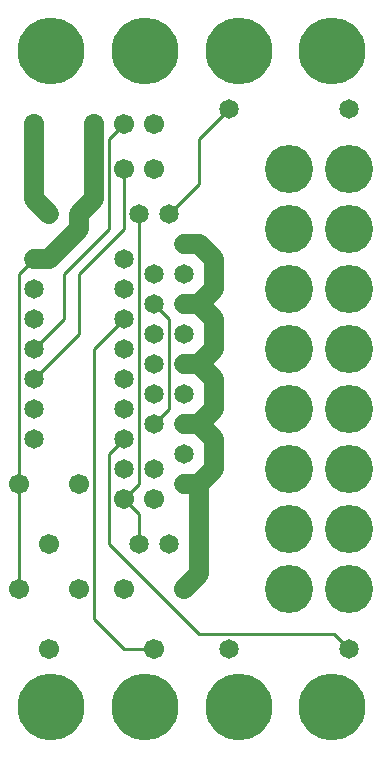
<source format=gtl>
%MOIN*%
%FSLAX25Y25*%
G04 D10 used for Character Trace; *
G04     Circle (OD=.01000) (No hole)*
G04 D11 used for Power Trace; *
G04     Circle (OD=.06700) (No hole)*
G04 D12 used for Signal Trace; *
G04     Circle (OD=.01100) (No hole)*
G04 D13 used for Via; *
G04     Circle (OD=.05800) (Round. Hole ID=.02800)*
G04 D14 used for Component hole; *
G04     Circle (OD=.06500) (Round. Hole ID=.03500)*
G04 D15 used for Component hole; *
G04     Circle (OD=.06700) (Round. Hole ID=.04300)*
G04 D16 used for Component hole; *
G04     Circle (OD=.08100) (Round. Hole ID=.05100)*
G04 D17 used for Component hole; *
G04     Circle (OD=.08900) (Round. Hole ID=.05900)*
G04 D18 used for Component hole; *
G04     Circle (OD=.11300) (Round. Hole ID=.08300)*
G04 D19 used for Component hole; *
G04     Circle (OD=.16000) (Round. Hole ID=.13000)*
G04 D20 used for Component hole; *
G04     Circle (OD=.18300) (Round. Hole ID=.15300)*
G04 D21 used for Component hole; *
G04     Circle (OD=.22291) (Round. Hole ID=.19291)*
%ADD10C,.01000*%
%ADD11C,.06700*%
%ADD12C,.01100*%
%ADD13C,.05800*%
%ADD14C,.06500*%
%ADD15C,.06700*%
%ADD16C,.08100*%
%ADD17C,.08900*%
%ADD18C,.11300*%
%ADD19C,.16000*%
%ADD20C,.18300*%
%ADD21C,.22291*%
%IPPOS*%
%LPD*%
G90*X0Y0D02*D21*X15625Y15625D03*D15*              
X15000Y35000D03*D12*X40000D02*X50000D01*D15*D03*  
D12*X40000D02*X30000Y45000D01*Y135000D01*         
X40000Y145000D01*D14*D03*X50000Y140000D03*        
X40000Y155000D03*Y135000D03*X50000Y150000D03*D12* 
X55000Y145000D01*Y115000D01*X50000Y110000D01*D14* 
D03*X60000Y100000D03*Y120000D03*X40000Y115000D03* 
X60000Y110000D03*D11*X65000D01*X70000Y105000D01*  
Y95000D01*X65000Y90000D01*Y60000D01*              
X60000Y55000D01*D15*D03*D14*X45000Y70000D03*D12*  
Y80000D01*X40000Y85000D01*D15*D03*D12*            
X45000Y90000D01*Y180000D01*D14*D03*D12*           
X25000Y160000D02*X40000Y175000D01*                
X25000Y140000D02*Y160000D01*X10000Y125000D02*     
X25000Y140000D01*D14*X10000Y125000D03*Y135000D03* 
D12*X20000Y145000D01*Y160000D01*X35000Y175000D01* 
Y205000D01*X40000Y210000D01*D15*D03*X50000D03*    
X30000D03*D11*Y195000D01*D15*D03*D11*Y185000D01*  
X25000Y180000D01*D14*D03*D11*Y175000D01*          
X15000Y165000D01*X10000D01*D14*D03*D12*           
X5000Y160000D01*Y90000D01*D15*D03*D12*Y55000D01*  
D15*D03*X15000Y70000D03*X25000Y55000D03*D12*      
X65000Y40000D02*X35000Y70000D01*X65000Y40000D02*  
X110000D01*X115000Y35000D01*D14*D03*D19*          
X95000Y55000D03*D21*X109375Y15625D03*D19*         
X115000Y55000D03*D21*X78125Y15625D03*D19*         
X115000Y75000D03*D14*X75000Y35000D03*D19*         
X95000Y75000D03*D14*X60000Y90000D03*D11*X65000D01*
D14*X50000Y95000D03*D15*Y85000D03*D14*            
X55000Y70000D03*D11*X65000Y110000D02*             
X70000Y115000D01*Y125000D01*X65000Y130000D01*     
X60000D01*D14*D03*D11*X65000D02*X70000Y135000D01* 
Y145000D01*X65000Y150000D01*X60000D01*D14*D03*D11*
X65000D02*X70000Y155000D01*Y165000D01*            
X65000Y170000D01*X60000D01*D13*D03*D14*           
X50000Y160000D03*X60000D03*X55000Y180000D03*D12*  
X65000Y190000D01*Y205000D01*X75000Y215000D01*D14* 
D03*D19*X95000Y195000D03*D21*X78125Y234375D03*D15*
X50000Y195000D03*D21*X46875Y234375D03*X109375D03* 
D15*X40000Y195000D03*D12*Y175000D01*D14*          
Y165000D03*X15000Y180000D03*D11*X10000Y185000D01* 
Y195000D01*D15*D03*D11*Y210000D01*D15*D03*D21*    
X15625Y234375D03*D14*X10000Y155000D03*Y145000D03* 
X60000Y140000D03*X50000Y130000D03*D19*            
X95000Y135000D03*Y155000D03*Y175000D03*D14*       
X40000Y125000D03*X50000Y120000D03*                
X10000Y115000D03*D19*X95000D03*X115000D03*        
Y135000D03*Y155000D03*Y175000D03*Y195000D03*D14*  
X10000Y105000D03*X115000Y215000D03*               
X40000Y105000D03*D12*X35000Y100000D01*Y70000D01*  
D15*X40000Y55000D03*X25000Y90000D03*D14*          
X40000Y95000D03*D21*X46875Y15625D03*D19*          
X95000Y95000D03*X115000D03*M02*                   

</source>
